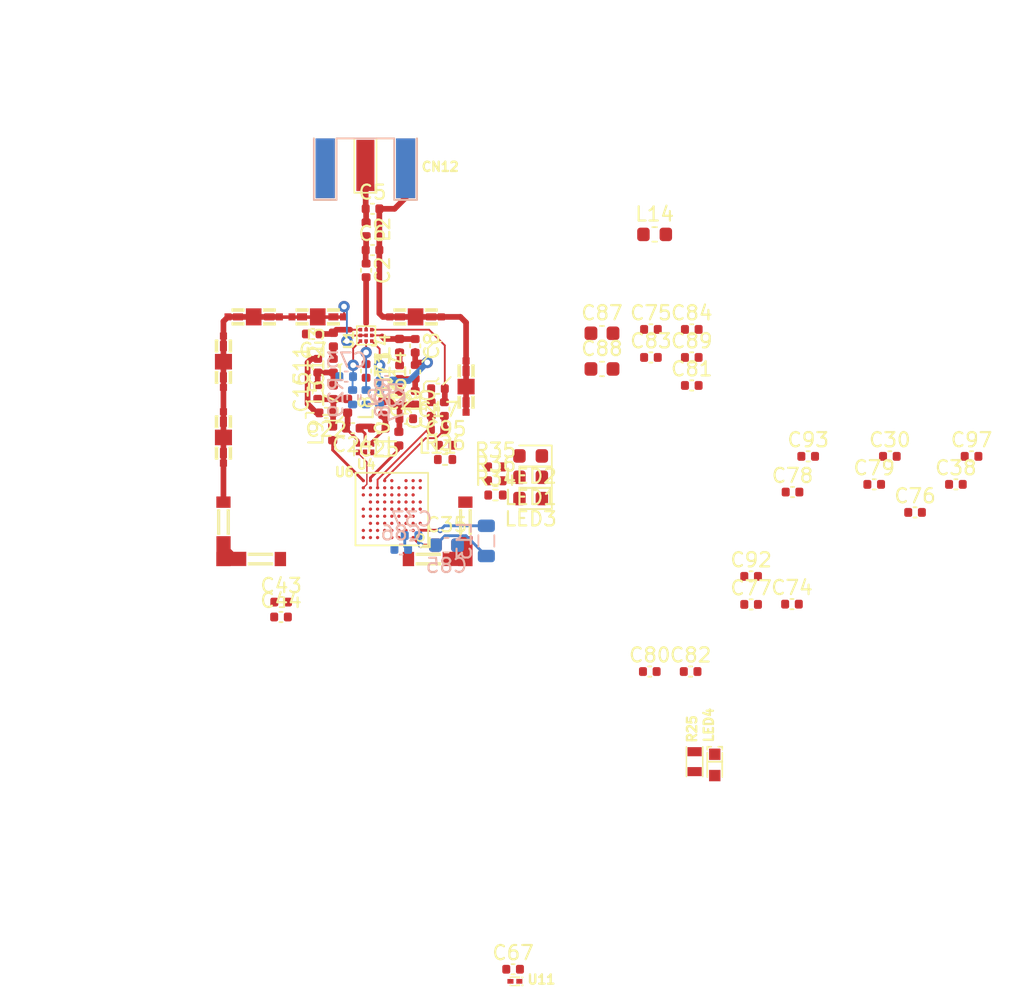
<source format=kicad_pcb>
(kicad_pcb (version 20211014) (generator pcbnew)
  (layers (0 "F.Cu" signal "Top Layer") (1 "In1.Cu" signal "Signal Layer 1") (2 "In2.Cu" signal "Signal Layer 2") (31 "B.Cu" signal "Bottom Layer") (34 "B.Paste" user "Bottom Paste") (35 "F.Paste" user "Top Paste") (36 "B.SilkS" user "Bottom Overlay") (37 "F.SilkS" user "Top Overlay") (38 "B.Mask" user "Bottom Solder") (39 "F.Mask" user "Top Solder") (44 "Edge.Cuts" user))
  (net 0 "")
  (net 1 "T_NRST")
  (net 2 "PC13")
  (net 3 "PC6")
  (net 4 "PC2")
  (net 5 "PC1")
  (net 6 "PC0")
  (net 7 "PB14")
  (net 8 "PB13")
  (net 9 "PB12")
  (net 10 "PB10")
  (net 11 "PB8")
  (net 12 "PB7")
  (net 13 "PB6")
  (net 14 "PB5")
  (net 15 "PB4")
  (net 16 "PB3")
  (net 17 "PB2")
  (net 18 "PB1")
  (net 19 "PA12")
  (net 20 "PA11")
  (net 21 "PA10")
  (net 22 "PA9")
  (net 23 "PA8")
  (net 24 "PA7")
  (net 25 "PA6")
  (net 26 "PA5")
  (net 27 "PA4")
  (net 28 "PA3")
  (net 29 "PA2")
  (net 30 "PA1")
  (net 31 "PA0")
  (net 32 "NetLED4_2")
  (net 33 "Net-(CN12-Pad1)")
  (net 34 "5V_USB_CHGR")
  (net 35 "VDD_SYS")
  (net 36 "NetLED4_1")
  (net 37 "GND")
  (net 38 "PB0_VDD_TCXO")
  (net 39 "PH3")
  (net 40 "VDDRF1V55")
  (net 41 "VDDRF")
  (net 42 "VDD_APP")
  (net 43 "Net-(C13-Pad2)")
  (net 44 "Net-(U1-Pad3)")
  (net 45 "/U_STM32_microcontroller_RF/RFI_N")
  (net 46 "/U_STM32_microcontroller_RF/RFI_P")
  (net 47 "Net-(X2-Pad1)")
  (net 48 "Net-(X2-Pad2)")
  (net 49 "Net-(C71-Pad1)")
  (net 50 "Net-(C72-Pad1)")
  (net 51 "Net-(U1-Pad7)")
  (net 52 "FE_CTRL3")
  (net 53 "LED3")
  (net 54 "Net-(LED3-Pad2)")
  (net 55 "LED2")
  (net 56 "Net-(LED2-Pad2)")
  (net 57 "LED1")
  (net 58 "Net-(LED1-Pad2)")
  (net 59 "Net-(C6-Pad1)")
  (net 60 "Net-(U1-Pad4)")
  (net 61 "Net-(U1-Pad5)")
  (net 62 "Net-(C12-Pad1)")
  (net 63 "Net-(L3-Pad1)")
  (net 64 "Net-(L7-Pad2)")
  (net 65 "Net-(L7-Pad1)")
  (net 66 "Net-(U4-Pad1)")
  (net 67 "Net-(L10-Pad2)")
  (net 68 "Net-(U6-PadJ9)")
  (net 69 "Net-(U6-PadJ8)")
  (net 70 "FE_CTRL1")
  (net 71 "FE_CTRL2")
  (net 72 "Net-(U1-Pad2)")
  (net 73 "Net-(C13-Pad1)")
  (net 74 "Net-(U6-PadH9)")
  (net 75 "T_SWCLK")
  (net 76 "T_JTDI")
  (net 77 "T_SWDIO")
  (net 78 "/U_STM32_microcontroller_IOs/T_NRST")
  (net 80 "Net-(U6-PadB1)")
  (net 81 "Net-(C30-Pad1)")
  (net 82 "Net-(U6-PadF8)")
  (net 83 "Net-(U6-PadB5)")
  (net 84 "Net-(SB24-Pad2)")
  (footprint "MCD_PARTS.PcbLib:LED_0603_VISHAY_VLMS1300-GS08_RED_1A2K_H0P8" (layer "F.Cu") (at 163.710102 116.802101 90)
    (fp_text reference "LED4")
    (fp_text value "" hide)
  )
  (footprint "MCD_PARTS.PcbLib:R0603" (layer "F.Cu") (at 162.294103 116.573103 90)
    (fp_text reference "R25")
    (fp_text value "" hide)
  )
  (footprint "Capacitor_SMD:C_0402_1005Metric" (layer "F.Cu") (at 176.015102 95.107101)
    (fp_text reference "C30")
    (fp_text value "~")
  )
  (footprint "Capacitor_SMD:C_0402_1005Metric" (layer "F.Cu") (at 162.095102 88.152101)
    (fp_text reference "C89")
    (fp_text value "~")
  )
  (footprint "Resistor_SMD:R_0402_1005Metric" (layer "F.Cu") (at 148.300102 97.827101)
    (fp_text reference "R34")
    (fp_text value "~")
  )
  (footprint "Capacitor_SMD:C_0402_1005Metric" (layer "F.Cu") (at 170.275102 95.107101)
    (fp_text reference "C93")
    (fp_text value "Capacitor")
  )
  (footprint "Capacitor_SMD:C_0402_1005Metric" (layer "F.Cu") (at 159.225102 86.182101)
    (fp_text reference "C75")
    (fp_text value "~")
  )
  (footprint "Capacitor_SMD:C_0402_1005Metric" (layer "F.Cu") (at 142.660102 90.987101 90)
    (fp_text reference "C16")
    (fp_text value "~")
  )
  (footprint "Inductor_SMD:L_0402_1005Metric" (layer "F.Cu") (at 141.560102 87.337101 90)
    (fp_text reference "L4")
    (fp_text value "~")
  )
  (footprint "Capacitor_SMD:C_0402_1005Metric" (layer "F.Cu") (at 166.265102 105.517101)
    (fp_text reference "C77")
    (fp_text value "~")
  )
  (footprint "Inductor_SMD:L_0402_1005Metric" (layer "F.Cu") (at 140.385102 91.702101 90)
    (fp_text reference "L8")
    (fp_text value "~")
  )
  (footprint "Inductor_SMD:L_0402_1005Metric" (layer "F.Cu") (at 136.910102 90.602101 90)
    (fp_text reference "L5")
    (fp_text value "Inductor")
  )
  (footprint "Diode_SMD:D_0603_1608Metric" (layer "F.Cu") (at 150.772602 96.577101 180)
    (fp_text reference "LED1")
    (fp_text value "~")
  )
  (footprint "Capacitor_SMD:C_0402_1005Metric" (layer "F.Cu") (at 138.275102 93.127101 180)
    (fp_text reference "C24")
    (fp_text value "~")
  )
  (footprint "Capacitor_SMD:C_0402_1005Metric" (layer "F.Cu") (at 133.230102 106.402101)
    (fp_text reference "C44")
    (fp_text value "~")
  )
  (footprint "Resistor_SMD:R_0402_1005Metric" (layer "F.Cu") (at 144.760102 95.327101)
    (fp_text reference "R26")
    (fp_text value "~")
  )
  (footprint "Capacitor_SMD:C_0603_1608Metric" (layer "F.Cu") (at 144.860102 101.352101)
    (fp_text reference "C35")
    (fp_text value "~")
  )
  (footprint "parts:ICC_TSNP-9-3_1P1X1P1_P040" (layer "F.Cu") (at 139.210102 86.602101 180)
    (fp_text reference "U1")
    (fp_text value "~" hide)
  )
  (footprint "Inductor_SMD:L_0402_1005Metric" (layer "F.Cu") (at 137.910102 91.552101 90)
    (fp_text reference "L7")
    (fp_text value "Inductor")
  )
  (footprint "Inductor_SMD:L_0402_1005Metric" (layer "F.Cu") (at 136.860102 93.487101 90)
    (fp_text reference "L9")
    (fp_text value "~")
  )
  (footprint "Capacitor_SMD:C_0402_1005Metric" (layer "F.Cu") (at 149.540099 131.167101)
    (fp_text reference "C67")
    (fp_text value "")
  )
  (footprint "Capacitor_SMD:C_0402_1005Metric" (layer "F.Cu") (at 162.095102 90.122101)
    (fp_text reference "C81")
    (fp_text value "~")
  )
  (footprint "Capacitor_SMD:C_0402_1005Metric" (layer "F.Cu") (at 139.660102 77.702101)
    (fp_text reference "C5")
    (fp_text value "~")
  )
  (footprint "Capacitor_SMD:C_0402_1005Metric" (layer "F.Cu") (at 159.225102 88.152101)
    (fp_text reference "C83")
    (fp_text value "~")
  )
  (footprint "Capacitor_SMD:C_0402_1005Metric" (layer "F.Cu") (at 177.785102 99.047101)
    (fp_text reference "C76")
    (fp_text value "~")
  )
  (footprint "Capacitor_SMD:C_0402_1005Metric" (layer "F.Cu") (at 159.145102 110.237101)
    (fp_text reference "C80")
    (fp_text value "~")
  )
  (footprint "parts:CLIP_HARWIN_S0951-46R" (layer "F.Cu") (at 131.310102 85.302101)
    (fp_text reference "SC4" hide)
    (fp_text value "~" hide)
  )
  (footprint "Capacitor_SMD:C_0402_1005Metric" (layer "F.Cu") (at 162.015102 110.237101)
    (fp_text reference "C82")
    (fp_text value "~")
  )
  (footprint "Inductor_SMD:L_0402_1005Metric" (layer "F.Cu") (at 139.210102 79.152101 -90)
    (fp_text reference "L2")
    (fp_text value "~")
  )
  (footprint "Capacitor_SMD:C_0402_1005Metric" (layer "F.Cu") (at 180.655102 97.077101)
    (fp_text reference "C38")
    (fp_text value "~")
  )
  (footprint "parts:CLIP_HARWIN_S0951-46R" (layer "F.Cu") (at 146.235102 90.202101 90)
    (fp_text reference "SC1" hide)
    (fp_text value "~" hide)
  )
  (footprint "Capacitor_SMD:C_0603_1608Metric" (layer "F.Cu") (at 155.785102 86.452101)
    (fp_text reference "C87")
    (fp_text value "~")
  )
  (footprint "Capacitor_SMD:C_0402_1005Metric" (layer "F.Cu") (at 135.460102 86.502101 180)
    (fp_text reference "C7")
    (fp_text value "Capacitor")
  )
  (footprint "Capacitor_SMD:C_0402_1005Metric" (layer "F.Cu") (at 181.755102 95.107101)
    (fp_text reference "C97")
    (fp_text value "Capacitor")
  )
  (footprint "Capacitor_SMD:C_0603_1608Metric" (layer "F.Cu") (at 155.785102 88.962101)
    (fp_text reference "C88")
    (fp_text value "~")
  )
  (footprint "Capacitor_SMD:C_0402_1005Metric" (layer "F.Cu") (at 136.410102 92.052101 180)
    (fp_text reference "C22")
    (fp_text value "Capacitor")
  )
  (footprint "Inductor_SMD:L_0402_1005Metric" (layer "F.Cu") (at 144.235102 93.227101 180)
    (fp_text reference "L11")
    (fp_text value "Inductor")
  )
  (footprint "Capacitor_SMD:C_0402_1005Metric" (layer "F.Cu") (at 169.175102 97.617101)
    (fp_text reference "C78")
    (fp_text value "~")
  )
  (footprint "Inductor_SMD:L_0603_1608Metric" (layer "F.Cu") (at 159.485102 79.502101)
    (fp_text reference "L14")
    (fp_text value "~")
  )
  (footprint "Capacitor_SMD:C_0402_1005Metric" (layer "F.Cu") (at 142.030102 92.462101)
    (fp_text reference "C21")
    (fp_text value "~")
  )
  (footprint "Capacitor_SMD:C_0402_1005Metric" (layer "F.Cu") (at 141.560102 89.187101 90)
    (fp_text reference "C13")
    (fp_text value "~")
  )
  (footprint "Capacitor_SMD:C_0402_1005Metric" (layer "F.Cu") (at 139.210102 82.032101 -90)
    (fp_text reference "C2")
    (fp_text value "~")
  )
  (footprint "Inductor_SMD:L_0402_1005Metric" (layer "F.Cu") (at 141.560102 91.037101 90)
    (fp_text reference "L6")
    (fp_text value "Inductor")
  )
  (footprint "Diode_SMD:D_0603_1608Metric" (layer "F.Cu") (at 150.772602 98.077101 180)
    (fp_text reference "LED3")
    (fp_text value "~")
  )
  (footprint "parts:CLIP_HARWIN_S0951-46R" (layer "F.Cu") (at 129.185102 88.452101 90)
    (fp_text reference "SC5" hide)
    (fp_text value "~" hide)
  )
  (footprint "parts:CLIP_HARWIN_S0951-46R_90" (layer "F.Cu") (at 129.185102 102.327101 -90)
    (fp_text reference "SC8" hide)
    (fp_text value "Shield-clip_S0981-46R" hide)
  )
  (footprint "Capacitor_SMD:C_0402_1005Metric" (layer "F.Cu") (at 174.915102 97.077101)
    (fp_text reference "C79")
    (fp_text value "~")
  )
  (footprint "Capacitor_SMD:C_0402_1005Metric" (layer "F.Cu") (at 169.135102 105.497101)
    (fp_text reference "C74")
    (fp_text value "~")
  )
  (footprint "Capacitor_SMD:C_0402_1005Metric" (layer "F.Cu") (at 144.260102 90.352101 180)
    (fp_text reference "C17")
    (fp_text value "Capacitor")
  )
  (footprint "Capacitor_SMD:C_0402_1005Metric" (layer "F.Cu") (at 143.785102 91.777101 90)
    (fp_text reference "C19")
    (fp_text value "~")
  )
  (footprint "Capacitor_SMD:C_0402_1005Metric" (layer "F.Cu") (at 144.805102 94.327101)
    (fp_text reference "C95")
    (fp_text value "Capacitor")
  )
  (footprint "parts:CLIP_HARWIN_S0951-46R_90" (layer "F.Cu") (at 146.185101 102.327101)
    (fp_text reference "SC9" hide)
    (fp_text value "Shield-clip_S0981-46R" hide)
  )
  (footprint "MCD_PARTS.PcbLib:ESD_ST0201" (layer "F.Cu") (at 149.665098 132.017099 180)
    (fp_text reference "U11")
    (fp_text value "" hide)
  )
  (footprint "Inductor_SMD:L_0402_1005Metric" (layer "F.Cu") (at 141.510102 93.862101 90)
    (fp_text reference "L10")
    (fp_text value "~")
  )
  (footprint "parts:CON_SAMTEC_SMA-J-P-X-ST-EM1" (layer "F.Cu") (at 139.160102 72.752101 180)
    (fp_text reference "CN12")
    (fp_text value "~" hide)
  )
  (footprint "Capacitor_SMD:C_0402_1005Metric" (layer "F.Cu") (at 139.210102 89.102101 -90)
    (fp_text reference "C71")
    (fp_text value "~")
  )
  (footprint "Resistor_SMD:R_0402_1005Metric" (layer "F.Cu") (at 148.300102 95.852101)
    (fp_text reference "R35")
    (fp_text value "~")
  )
  (footprint "Capacitor_SMD:C_0402_1005Metric" (layer "F.Cu") (at 136.910102 88.732101 90)
    (fp_text reference "C12")
    (fp_text value "Capacitor")
  )
  (footprint "Capacitor_SMD:C_0402_1005Metric" (layer "F.Cu") (at 135.810102 88.732101 90)
    (fp_text reference "C11")
    (fp_text value "Capacitor")
  )
  (footprint "parts:CLIP_HARWIN_S0951-46R" (layer "F.Cu") (at 129.185102 93.777101 90)
    (fp_text reference "SC3" hide)
    (fp_text value "~" hide)
  )
  (footprint "Capacitor_SMD:C_0402_1005Metric" (layer "F.Cu") (at 135.810102 90.582101 90)
    (fp_text reference "C15")
    (fp_text value "Capacitor")
  )
  (footprint "Resistor_SMD:R_0402_1005Metric" (layer "F.Cu") (at 148.300102 96.827101)
    (fp_text reference "R36")
    (fp_text value "~")
  )
  (footprint "Capacitor_SMD:C_0402_1005Metric" (layer "F.Cu") (at 142.660102 87.337101 -90)
    (fp_text reference "C8")
    (fp_text value "~")
  )
  (footprint "Diode_SMD:D_0603_1608Metric" (layer "F.Cu") (at 150.772602 95.077101 180)
    (fp_text reference "LED2")
    (fp_text value "~")
  )
  (footprint "parts:CLIP_HARWIN_S0951-46R" (layer "F.Cu") (at 135.810102 85.302101)
    (fp_text reference "SC6" hide)
    (fp_text value "~" hide)
  )
  (footprint "Capacitor_SMD:C_0402_1005Metric" (layer "F.Cu") (at 166.265102 103.547101)
    (fp_text reference "C92")
    (fp_text value "Capacitor")
  )
  (footprint "Capacitor_SMD:C_0402_1005Metric" (layer "F.Cu") (at 144.710102 91.782101 90)
    (fp_text reference "C20")
    (fp_text value "~")
  )
  (footprint "Capacitor_SMD:C_0402_1005Metric" (layer "F.Cu") (at 162.095102 86.182101)
    (fp_text reference "C84")
    (fp_text value "~")
  )
  (footprint "Capacitor_SMD:C_0402_1005Metric" (layer "F.Cu") (at 139.660102 80.602101)
    (fp_text reference "C6")
    (fp_text value "~")
  )
  (footprint "Capacitor_SMD:C_0402_1005Metric" (layer "F.Cu") (at 133.240102 105.352101)
    (fp_text reference "C43")
    (fp_text value "~")
  )
  (footprint "Capacitor_SMD:C_0402_1005Metric" (layer "F.Cu") (at 140.095102 93.127101 180)
    (fp_text reference "C25")
    (fp_text value "~")
  )
  (footprint "Capacitor_SMD:C_0402_1005Metric" (layer "F.Cu") (at 142.660102 89.162101 90)
    (fp_text reference "C14")
    (fp_text value "~")
  )
  (footprint "parts:ICC_SOT886_XSON6" (layer "F.Cu") (at 139.135102 94.527101 180)
    (fp_text reference "U4")
    (fp_text value "~" hide)
  )
  (footprint "parts:ICC_UFBGA73_5X5_P050" (layer "F.Cu") (at 141.015095 98.817101 180)
    (fp_text reference "U6")
    (fp_text value "~" hide)
  )
  (footprint "parts:CLIP_HARWIN_S0951-46R" (layer "F.Cu") (at 142.685102 85.302083)
    (fp_text reference "SC7" hide)
    (fp_text value "~" hide)
  )
  (footprint "Inductor_SMD:L_0402_1005Metric" (layer "F.Cu") (at 136.910102 86.902101 90)
    (fp_text reference "L3")
    (fp_text value "Inductor")
  )
  (footprint "Capacitor_SMD:C_0603_1608Metric" (layer "B.Cu") (at 144.860102 101.352101)
    (fp_text reference "C85")
    (fp_text value "~")
  )
  (footprint "Resistor_SMD:R_0402_1005Metric" (layer "B.Cu") (at 138.260102 90.952101 -90)
    (fp_text reference "R29")
    (fp_text value "~")
  )
  (footprint "Capacitor_SMD:C_0402_1005Metric" (layer "B.Cu") (at 141.680102 101.652101 180)
    (fp_text reference "C86")
    (fp_text value "~")
  )
  (footprint "Resistor_SMD:R_0402_1005Metric" (layer "B.Cu") (at 139.210102 90.952101 90)
    (fp_text reference "R28")
    (fp_text value "~")
  )
  (footprint "Capacitor_SMD:C_0402_1005Metric" (layer "B.Cu") (at 137.810102 89.502101 180)
    (fp_text reference "C73")
    (fp_text value "~")
  )
  (footprint "Resistor_SMD:R_0402_1005Metric" (layer "B.Cu") (at 140.160102 90.942101 90)
    (fp_text reference "R27")
    (fp_text value "~")
  )
  (footprint "Capacitor_SMD:C_0402_1005Metric" (layer "B.Cu") (at 142.405102 100.677101 180)
    (fp_text reference "C37")
    (fp_text value "~")
  )
  (footprint "Inductor_SMD:L_0805_2012Metric" (layer "B.Cu") (at 147.660102 101.052101 -90)
    (fp_text reference "L13")
    (fp_text value "~")
  )
  (footprint "Capacitor_SMD:C_0402_1005Metric" (layer "B.Cu") (at 140.640102 89.812101)
    (fp_text reference "C72")
    (fp_text value "~")
  )
  (gr_poly (pts (xy 144.590099 102.817099) (xy 146.690097 102.817099) (xy 146.690097 100.717101) (xy 145.690097 100.717101) (xy 145.690097 101.617104) (xy 145.490102 101.817099) (xy 144.590099 101.817099)) (layer "F.Cu") (width 0) (fill solid))
  (gr_poly (pts (xy 128.6901 100.717101) (xy 128.6901 102.817099) (xy 130.790099 102.817099) (xy 130.790099 101.817099) (xy 129.890095 101.817099) (xy 129.690102 101.617104) (xy 129.690102 100.717101)) (layer "F.Cu") (width 0) (fill solid))
  (gr_line (start 143.265098 90.017099) (end 143.452598 89.829599) (layer "F.SilkS") (width 0.12))
  (gr_line (start 144.627599 90.067099) (end 144.627599 90.0546) (layer "F.SilkS") (width 0.12))
  (gr_line (start 143.140099 90.567101) (end 143.265098 90.442101) (layer "F.SilkS") (width 0.12))
  (gr_line (start 144.290099 89.667101) (end 144.290099 89.604601) (layer "F.SilkS") (width 0.12))
  (gr_line (start 143.265098 90.042101) (end 143.265098 90.017099) (layer "F.SilkS") (width 0.12))
  (gr_line (start 140.927599 89.667101) (end 140.977599 89.717101) (layer "F.SilkS") (width 0.12))
  (gr_line (start 144.1276 89.829599) (end 144.290099 89.667101) (layer "F.SilkS") (width 0.12))
  (gr_line (start 143.152599 88.467101) (end 143.552598 88.067101) (layer "F.SilkS") (width 0.12))
  (gr_line (start 140.927599 88.154599) (end 140.927599 88.004599) (layer "F.SilkS") (width 0.12))
  (gr_line (start 134.965099 92.117101) (end 135.0401 92.042099) (layer "F.SilkS") (width 0.12))
  (gr_line (start 137.390098 89.6296) (end 137.390098 88.7046) (layer "F.SilkS") (width 0.12))
  (gr_line (start 144.627599 90.0546) (end 145.1526 89.5296) (layer "F.SilkS") (width 0.12))
  (gr_line (start 140.015099 89.392101) (end 140.015099 88.979601) (layer "F.SilkS") (width 0.12))
  (gr_line (start 144.015099 87.042099) (end 144.490099 87.042099) (layer "F.SilkS") (width 0.1))
  (gr_line (start 140.927599 88.154599) (end 141.115099 88.342099) (layer "F.SilkS") (width 0.12))
  (gr_line (start 143.552598 87.504603) (end 144.015099 87.042101) (layer "F.SilkS") (width 0.12))
  (gr_line (start 143.552598 88.067101) (end 143.552598 87.504603) (layer "F.SilkS") (width 0.12))
  (gr_line (start 136.377598 92.592101) (end 137.302598 92.592101) (layer "F.SilkS") (width 0.12))
  (gr_line (start 134.965099 92.417101) (end 134.965099 92.117101) (layer "F.SilkS") (width 0.12))
  (gr_line (start 137.302598 92.592101) (end 137.590098 92.304601) (layer "F.SilkS") (width 0.12))
  (gr_line (start 140.290097 89.667101) (end 140.927599 89.667101) (layer "F.SilkS") (width 0.12))
  (gr_line (start 143.452598 89.829599) (end 144.1276 89.829599) (layer "F.SilkS") (width 0.12))
  (gr_line (start 135.0401 92.042099) (end 135.540099 92.042099) (layer "F.SilkS") (width 0.12))
  (gr_line (start 136.290098 92.679601) (end 136.377598 92.592101) (layer "F.SilkS") (width 0.12))
  (gr_line (start 140.015099 89.392101) (end 140.290097 89.667101) (layer "F.SilkS") (width 0.12))
  (gr_line (start 143.265098 90.442101) (end 143.265098 90.042101) (layer "F.SilkS") (width 0.12))
  (gr_line (start 137.390098 88.7046) (end 137.490098 88.6046) (layer "F.SilkS") (width 0.12))
  (segment (start 139.180102 77.702101) (end 139.180102 74.672101) (width 0.4) (layer "F.Cu") (net 33))
  (segment (start 139.180102 74.672101) (end 139.160102 74.652101) (width 0.4) (layer "F.Cu") (net 33))
  (segment (start 139.210102 77.732101) (end 139.180102 77.702101) (width 0.4) (layer "F.Cu") (net 33))
  (segment (start 139.210102 78.667101) (end 139.210102 77.732101) (width 0.4) (layer "F.Cu") (net 33))
  (segment (start 141.925102 100.677101) (end 141.925102 101.447103) (width 0.2) (layer "B.Cu") (net 35))
  (segment (start 141.925102 101.447103) (end 142.145098 101.667099) (width 0.2) (layer "B.Cu") (net 35))
  (segment (start 146.23512 92.012135) (end 146.23512 91.302136) (width 0.4) (layer "F.Cu") (net 37))
  (segment (start 144.495066 85.302101) (end 145.835102 85.302101) (width 0.4) (layer "F.Cu") (net 37))
  (segment (start 137.985602 87.001601) (end 137.860102 87.001601) (width 0.13) (layer "F.Cu") (net 37))
  (segment (start 129.18512 98.327084) (end 129.185102 98.327102) (width 0.4) (layer "F.Cu") (net 37))
  (segment (start 141.210102 77.702101) (end 141.985103 76.9271) (width 0.4) (layer "F.Cu") (net 37))
  (segment (start 143.510102 88.512101) (end 142.730102 88.512101) (width 0.4) (layer "F.Cu") (net 37))
  (segment (start 138.585102 86.61259) (end 138.374613 86.61259) (width 0.13) (layer "F.Cu") (net 37))
  (segment (start 140.140102 80.602101) (end 140.140102 85.057101) (width 0.4) (layer "F.Cu") (net 37))
  (segment (start 138.374613 86.61259) (end 138.160102 86.827101) (width 0.13) (layer "F.Cu") (net 37))
  (segment (start 129.18512 88.452136) (end 129.18512 87.352136) (width 0.4) (layer "F.Cu") (net 37))
  (segment (start 129.18512 87.352136) (end 129.18512 86.642137) (width 0.4) (layer "F.Cu") (net 37))
  (segment (start 129.18512 94.877136) (end 129.18512 95.587135) (width 0.4) (layer "F.Cu") (net 37))
  (segment (start 135.930102 92.052101) (end 135.727106 92.052101) (width 0.4) (layer "F.Cu") (net 37))
  (segment (start 138.810103 86.602101) (end 138.799614 86.61259) (width 0.13) (layer "F.Cu") (net 37))
  (segment (start 135.360102 88.252101) (end 135.810102 88.252101) (width 0.4) (layer "F.Cu") (net 37))
  (segment (start 137.660102 85.282118) (end 137.625134 85.317086) (width 0.13) (layer "F.Cu") (net 37))
  (segment (start 129.18512 89.552136) (end 129.18512 88.452136) (width 0.4) (layer "F.Cu") (net 37))
  (segment (start 138.160102 86.827101) (end 137.985602 87.001601) (width 0.13) (layer "F.Cu") (net 37))
  (segment (start 137.660102 84.577101) (end 137.660102 85.282118) (width 0.13) (layer "F.Cu") (net 37))
  (segment (start 129.500068 85.302119) (end 130.210067 85.302119) (width 0.4) (layer "F.Cu") (net 37))
  (segment (start 143.780102 90.352101) (end 143.780102 91.292101) (width 0.4) (layer "F.Cu") (net 37))
  (segment (start 137.625134 85.317086) (end 136.915136 85.317086) (width 0.25) (layer "F.Cu") (net 37))
  (segment (start 129.18512 92.677136) (end 129.18512 91.967137) (width 0.4) (layer "F.Cu") (net 37))
  (segment (start 141.985103 76.9271) (end 141.985103 74.852104) (width 0.4) (layer "F.Cu") (net 37))
  (segment (start 138.740102 93.002101) (end 139.600102 93.002101) (width 0.4) (layer "F.Cu") (net 37))
  (segment (start 129.18512 92.677136) (end 129.18512 93.777136) (width 0.4) (layer "F.Cu") (net 37))
  (segment (start 134.715135 85.317086) (end 134.005137 85.317086) (width 0.25) (layer "F.Cu") (net 37))
  (segment (start 140.140102 77.702101) (end 141.210102 77.702101) (width 0.4) (layer "F.Cu") (net 37))
  (segment (start 146.23512 90.202136) (end 146.23512 91.302136) (width 0.4) (layer "F.Cu") (net 37))
  (segment (start 132.410067 85.302119) (end 133.120066 85.302119) (width 0.4) (layer "F.Cu") (net 37))
  (segment (start 146.23512 85.702119) (end 146.23512 88.392137) (width 0.4) (layer "F.Cu") (net 37))
  (segment (start 129.18512 95.587135) (end 129.18512 98.327084) (width 0.4) (layer "F.Cu") (net 37))
  (segment (start 135.815135 85.317086) (end 134.715135 85.317086) (width 0.25) (layer "F.Cu") (net 37))
  (segment (start 145.835102 85.302101) (end 146.23512 85.702119) (width 0.4) (layer "F.Cu") (net 37))
  (segment (start 129.18512 91.967137) (end 129.18512 90.262135) (width 0.4) (layer "F.Cu") (net 37))
  (segment (start 135.727106 92.052101) (end 135.100582 91.425577) (width 0.4) (layer "F.Cu") (net 37))
  (segment (start 131.310067 85.302119) (end 132.410067 85.302119) (width 0.4) (layer "F.Cu") (net 37))
  (segment (start 140.140102 85.057101) (end 140.385102 85.302101) (width 0.4) (layer "F.Cu") (net 37))
  (segment (start 146.23512 89.102136) (end 146.23512 90.202136) (width 0.4) (layer "F.Cu") (net 37))
  (segment (start 142.660102 88.582101) (end 142.660102 87.692101) (width 0.4) (layer "F.Cu") (net 37))
  (segment (start 142.730102 88.512101) (end 142.660102 88.582101) (width 0.4) (layer "F.Cu") (net 37))
  (segment (start 142.685067 85.302101) (end 143.785067 85.302101) (width 0.4) (layer "F.Cu") (net 37))
  (segment (start 129.18512 85.617067) (end 129.500068 85.302119) (width 0.4) (layer "F.Cu") (net 37))
  (segment (start 135.100582 91.425577) (end 135.100582 88.511621) (width 0.4) (layer "F.Cu") (net 37))
  (segment (start 139.135102 94.227105) (end 139.135102 93.507101) (width 0.2) (layer "F.Cu") (net 37))
  (segment (start 143.780102 91.292101) (end 143.785102 91.297101) (width 0.4) (layer "F.Cu") (net 37))
  (segment (start 140.140102 80.602101) (end 140.140102 77.702101) (width 0.4) (layer "F.Cu") (net 37))
  (segment (start 139.210102 86.602101) (end 138.810103 86.602101) (width 0.13) (layer "F.Cu") (net 37))
  (segment (start 136.915136 85.317086) (end 135.815135 85.317086) (width 0.25) (layer "F.Cu") (net 37))
  (segment (start 138.799614 86.61259) (end 138.585102 86.61259) (width 0.13) (layer "F.Cu") (net 37))
  (segment (start 141.585067 85.302101) (end 142.685067 85.302101) (width 0.4) (layer "F.Cu") (net 37))
  (segment (start 140.385102 85.302101) (end 140.875068 85.302101) (width 0.4) (layer "F.Cu") (net 37))
  (segment (start 140.875068 85.302101) (end 141.585067 85.302101) (width 0.4) (layer "F.Cu") (net 37))
  (segment (start 129.18512 93.777136) (end 129.18512 94.877136) (width 0.4) (layer "F.Cu") (net 37))
  (segment (start 133.100094 85.317086) (end 133.100061 85.317119) (width 0.25) (layer "F.Cu") (net 37))
  (segment (start 135.100582 88.511621) (end 135.360102 88.252101) (width 0.4) (layer "F.Cu") (net 37))
  (segment (start 143.785067 85.302101) (end 144.495066 85.302101) (width 0.4) (layer "F.Cu") (net 37))
  (segment (start 130.210067 85.302119) (end 131.310067 85.302119) (width 0.4) (layer "F.Cu") (net 37))
  (segment (start 134.005137 85.317086) (end 133.100094 85.317086) (width 0.25) (layer "F.Cu") (net 37))
  (segment (start 146.23512 88.392137) (end 146.23512 89.102136) (width 0.4) (layer "F.Cu") (net 37))
  (segment (start 129.18512 90.262135) (end 129.18512 89.552136) (width 0.4) (layer "F.Cu") (net 37))
  (segment (start 129.18512 86.642137) (end 129.18512 85.617067) (width 0.4) (layer "F.Cu") (net 37))
  (segment (start 139.135102 93.507101) (end 138.755102 93.127101) (width 0.2) (layer "F.Cu") (net 37))
  (via (at 143.510102 88.502101) (size 0.8) (drill 0.4) (layers "F.Cu" "B.Cu") (net 37))
  (via (at 137.860102 87.001601) (size 0.8) (drill 0.4) (layers "F.Cu" "B.Cu") (net 37))
  (via (at 137.660102 84.577101) (size 0.8) (drill 0.4) (layers "F.Cu" "B.Cu") (net 37))
  (segment (start 137.860102 87.001601) (end 137.860102 84.777101) (width 0.13) (layer "B.Cu") (net 37))
  (segment (start 141.120102 89.812101) (end 142.210102 89.812101) (width 0.4) (layer "B.Cu") (net 37))
  (segment (start 137.860102 84.777101) (end 137.660102 84.577101) (width 0.13) (layer "B.Cu") (net 37))
  (segment (start 142.210102 89.812101) (end 143.510102 88.512101) (width 0.4) (layer "B.Cu") (net 37))
  (segment (start 146.233082 100.687581) (end 144.749622 100.687581) (width 0.2) (layer "B.Cu") (net 40))
  (segment (start 144.749622 100.687581) (end 144.085102 101.352101) (width 0.2) (layer "B.Cu") (net 40))
  (segment (start 147.660102 102.114601) (end 146.233082 100.687581) (width 0.2) (layer "B.Cu") (net 40))
  (segment (start 142.515097 100.817101) (end 143.050097 101.352101) (width 0.2) (layer "F.Cu") (net 41))
  (segment (start 143.050097 101.352101) (end 144.085102 101.352101) (width 0.2) (layer "F.Cu") (net 41))
  (via (at 143.050097 101.352101) (size 0.4) (drill 0.2) (layers "F.Cu" "B.Cu") (net 41))
  (segment (start 142.885102 101.187106) (end 143.050097 101.352101) (width 0.2) (layer "B.Cu") (net 41))
  (segment (start 142.885102 100.677101) (end 142.885102 101.187106) (width 0.2) (layer "B.Cu") (net 41))
  (segment (start 141.560102 88.582101) (end 141.560102 87.697101) (width 0.4) (layer "F.Cu") (net 43))
  (segment (start 144.740102 91.272101) (end 144.710102 91.302101) (width 0.4) (layer "F.Cu") (net 44))
  (segment (start 144.740102 87.307101) (end 144.740102 90.352101) (width 0.13) (layer "F.Cu") (net 44))
  (segment (start 139.610101 86.202103) (end 143.635104 86.202103) (width 0.13) (layer "F.Cu") (net 44))
  (segment (start 143.635104 86.202103) (end 144.740102 87.307101) (width 0.13) (layer "F.Cu") (net 44))
  (segment (start 144.740102 90.352101) (end 144.740102 91.272101) (width 0.4) (layer "F.Cu") (net 44))
  (segment (start 143.532786 93.227101) (end 143.750102 93.227101) (width 0.13) (layer "F.Cu") (net 45))
  (segment (start 143.785102 93.192101) (end 143.750102 93.227101) (width 0.4) (layer "F.Cu") (net 45))
  (segment (start 140.015102 97.317108) (end 140.015102 96.744785) (width 0.13) (layer "F.Cu") (net 45))
  (segment (start 143.785102 92.257101) (end 143.785102 93.192101) (width 0.4) (layer "F.Cu") (net 45))
  (segment (start 140.015102 96.744785) (end 143.532786 93.227101) (width 0.13) (layer "F.Cu") (net 45))
  (segment (start 144.710102 92.262101) (end 144.710102 93.217101) (width 0.4) (layer "F.Cu") (net 46))
  (segment (start 144.710102 93.217101) (end 144.720102 93.227101) (width 0.4) (layer "F.Cu") (net 46))
  (segment (start 144.135102 93.827101) (end 144.720102 93.242101) (width 0.13) (layer "F.Cu") (net 46))
  (segment (start 143.398798 93.827101) (end 144.135102 93.827101) (width 0.13) (layer "F.Cu") (net 46))
  (segment (start 140.515102 96.817106) (end 140.515102 96.710797) (width 0.13) (layer "F.Cu") (net 46))
  (segment (start 140.515102 96.710797) (end 143.398798 93.827101) (width 0.13) (layer "F.Cu") (net 46))
  (segment (start 144.720102 93.242101) (end 144.720102 93.227101) (width 0.13) (layer "F.Cu") (net 46))
  (segment (start 139.210102 87.802101) (end 139.210102 88.622101) (width 0.13) (layer "F.Cu") (net 49))
  (segment (start 139.210102 87.002101) (end 139.210102 87.802101) (width 0.13) (layer "F.Cu") (net 49))
  (via (at 139.210102 87.802101) (size 0.8) (drill 0.4) (layers "F.Cu" "B.Cu") (net 49))
  (segment (start 139.210102 90.442101) (end 139.210102 87.802101) (width 0.13) (layer "B.Cu") (net 49))
  (segment (start 139.610101 87.002101) (end 140.160102 87.552102) (width 0.13) (layer "F.Cu") (net 50))
  (segment (start 140.160102 87.552102) (end 140.160102 88.702101) (width 0.13) (layer "F.Cu") (net 50))
  (via (at 140.160102 88.702101) (size 0.8) (drill 0.4) (layers "F.Cu" "B.Cu") (net 50))
  (segment (start 140.160102 90.432101) (end 140.160102 89.502101) (width 0.13) (layer "B.Cu") (net 50))
  (segment (start 140.160102 88.702101) (end 140.160102 89.502101) (width 0.13) (layer "B.Cu") (net 50))
  (segment (start 138.810103 87.002101) (end 138.300602 87.511602) (width 0.13) (layer "F.Cu") (net 51))
  (segment (start 138.300602 87.511602) (end 138.300602 88.702101) (width 0.13) (layer "F.Cu") (net 51))
  (via (at 138.300602 88.702101) (size 0.8) (drill 0.4) (layers "F.Cu" "B.Cu") (net 51))
  (segment (start 138.260102 89.532101) (end 138.290102 89.502101) (width 0.13) (layer "B.Cu") (net 51))
  (segment (start 138.300602 89.491601) (end 138.290102 89.502101) (width 0.13) (layer "B.Cu") (net 51))
  (segment (start 138.260102 90.442101) (end 138.260102 89.532101) (width 0.13) (layer "B.Cu") (net 51))
  (segment (start 138.300602 88.702101) (end 138.300602 89.491601) (width 0.13) (layer "B.Cu") (net 51))
  (segment (start 139.210102 79.637101) (end 139.210102 80.572101) (width 0.4) (layer "F.Cu") (net 59))
  (segment (start 139.210102 80.572101) (end 139.180102 80.602101) (width 0.4) (layer "F.Cu") (net 59))
  (segment (start 139.180102 80.602101) (end 139.180102 81.522101) (width 0.4) (layer "F.Cu") (net 59))
  (segment (start 139.180102 81.522101) (end 139.210102 81.552101) (width 0.4) (layer "F.Cu") (net 59))
  (segment (start 139.210102 86.202103) (end 139.210102 85.752101) (width 0.13) (layer "F.Cu") (net 60))
  (segment (start 139.210102 82.512101) (end 139.210102 85.752101) (width 0.4) (layer "F.Cu") (net 60))
  (segment (start 138.510098 86.202101) (end 138.5101 86.202103) (width 0.13) (layer "F.Cu") (net 61))
  (segment (start 135.940102 86.502101) (end 136.825102 86.502101) (width 0.4) (layer "F.Cu") (net 61))
  (segment (start 136.825102 86.502101) (end 136.910102 86.417101) (width 0.4) (layer "F.Cu") (net 61))
  (segment (start 138.360102 86.202101) (end 138.085102 86.202101) (width 0.13) (layer "F.Cu") (net 61))
  (segment (start 138.5101 86.202103) (end 138.810103 86.202103) (width 0.13) (layer "F.Cu") (net 61))
  (segment (start 138.085102 86.202101) (end 137.125102 86.202101) (width 0.4) (layer "F.Cu") (net 61))
  (segment (start 137.125102 86.202101) (end 136.910102 86.417101) (width 0.4) (layer "F.Cu") (net 61))
  (segment (start 138.360102 86.202101) (end 138.510098 86.202101) (width 0.13) (layer "F.Cu") (net 61))
  (segment (start 136.910102 89.212101) (end 136.910102 90.117101) (width 0.4) (layer "F.Cu") (net 62))
  (segment (start 135.810102 89.212101) (end 136.910102 89.212101) (width 0.4) (layer "F.Cu") (net 62))
  (segment (start 135.810102 89.212101) (end 135.810102 90.102101) (width 0.4) (layer "F.Cu") (net 62))
  (segment (start 136.910102 87.387101) (end 136.910102 88.252101) (width 0.4) (layer "F.Cu") (net 63))
  (segment (start 136.910102 91.087101) (end 136.910102 92.032101) (width 0.4) (layer "F.Cu") (net 64))
  (segment (start 136.910102 91.087101) (end 137.890102 91.087101) (width 0.4) (layer "F.Cu") (net 64))
  (segment (start 136.910102 92.032101) (end 136.890102 92.052101) (width 0.4) (layer "F.Cu") (net 64))
  (segment (start 136.890102 92.972101) (end 136.860102 93.002101) (width 0.4) (layer "F.Cu") (net 64))
  (segment (start 137.890102 91.087101) (end 137.910102 91.067101) (width 0.4) (layer "F.Cu") (net 64))
  (segment (start 136.890102 92.052101) (end 136.890102 92.972101) (width 0.4) (layer "F.Cu") (net 64))
  (segment (start 136.910102 91.087101) (end 135.835102 91.087101) (width 0.4) (layer "F.Cu") (net 64))
  (segment (start 135.835102 91.087101) (end 135.810102 91.062101) (width 0.4) (layer "F.Cu") (net 64))
  (segment (start 137.910102 92.872101) (end 137.780102 93.002101) (width 0.4) (layer "F.Cu") (net 65))
  (segment (start 137.910102 92.037101) (end 137.910102 92.872101) (width 0.4) (layer "F.Cu") (net 65))
  (segment (start 138.635101 93.9671) (end 137.795102 93.127101) (width 0.2) (layer "F.Cu") (net 65))
  (segment (start 138.635101 94.227105) (end 138.635101 93.9671) (width 0.2) (layer "F.Cu") (net 65))
  (segment (start 140.575102 92.517101) (end 140.575102 93.127101) (width 0.4) (layer "F.Cu") (net 66))
  (segment (start 140.385102 92.187101) (end 140.385102 92.327101) (width 0.4) (layer "F.Cu") (net 66))
  (segment (start 139.635101 94.227105) (end 139.635101 94.067102) (width 0.2) (layer "F.Cu") (net 66))
  (segment (start 139.635101 94.067102) (end 140.575102 93.127101) (width 0.2) (layer "F.Cu") (net 66))
  (segment (start 140.385102 92.327101) (end 140.575102 92.517101) (width 0.4) (layer "F.Cu") (net 66))
  (segment (start 141.545099 91.392101) (end 141.565099 91.412101) (width 0.25) (layer "F.Cu") (net 67))
  (segment (start 141.595099 91.382101) (end 141.565099 91.412101) (width 0.25) (layer "F.Cu") (net 67))
  (segment (start 140.900102 91.217101) (end 140.385102 91.217101) (width 0.4) (layer "F.Cu") (net 67))
  (segment (start 141.560102 91.522101) (end 141.560102 92.452101) (width 0.4) (layer "F.Cu") (net 67))
  (segment (start 141.550102 93.337101) (end 141.510102 93.377101) (width 0.4) (layer "F.Cu") (net 67))
  (segment (start 141.550102 92.462101) (end 141.550102 93.337101) (width 0.4) (layer "F.Cu") (net 67))
  (segment (start 141.560102 91.522101) (end 141.205102 91.522101) (width 0.4) (layer "F.Cu") (net 67))
  (segment (start 141.205102 91.522101) (end 140.900102 91.217101) (width 0.4) (layer "F.Cu") (net 67))
  (segment (start 141.615102 91.467101) (end 141.560102 91.522101) (width 0.4) (layer "F.Cu") (net 67))
  (segment (start 142.660102 91.467101) (end 141.615102 91.467101) (width 0.4) (layer "F.Cu") (net 67))
  (segment (start 141.560102 92.452101) (end 141.550102 92.462101) (width 0.4) (layer "F.Cu") (net 67))
  (segment (start 136.860102 94.662104) (end 136.860102 93.972101) (width 0.2) (layer "F.Cu") (net 68))
  (segment (start 139.015104 96.817106) (end 136.860102 94.662104) (width 0.2) (layer "F.Cu") (net 68))
  (segment (start 139.515102 96.622101) (end 141.485102 94.652101) (width 0.2) (layer "F.Cu") (net 69))
  (segment (start 141.485102 94.372101) (end 141.510102 94.347101) (width 0.2) (layer "F.Cu") (net 69))
  (segment (start 139.515102 96.817106) (end 139.515102 96.622101) (width 0.2) (layer "F.Cu") (net 69))
  (segment (start 141.485102 94.652101) (end 141.485102 94.372101) (width 0.2) (layer "F.Cu") (net 69))
  (segment (start 140.510102 86.852101) (end 140.335102 86.677101) (width 0.4) (layer "F.Cu") (net 72))
  (segment (start 139.610101 86.602101) (end 140.260102 86.602101) (width 0.13) (layer "F.Cu") (net 72))
  (segment (start 140.260102 86.602101) (end 140.335102 86.677101) (width 0.13) (layer "F.Cu") (net 72))
  (segment (start 141.560102 86.852101) (end 140.510102 86.852101) (width 0.4) (layer "F.Cu") (net 72))
  (segment (start 141.565102 86.857101) (end 141.560102 86.852101) (width 0.4) (layer "F.Cu") (net 72))
  (segment (start 142.660102 86.857101) (end 141.565102 86.857101) (width 0.4) (layer "F.Cu") (net 72))
  (segment (start 141.560102 90.552101) (end 141.560102 89.667101) (width 0.4) (layer "F.Cu") (net 73))
  (segment (start 141.560102 89.667101) (end 142.635102 89.667101) (width 0.4) (layer "F.Cu") (net 73))
  (segment (start 142.635102 89.667101) (end 142.660102 89.642101) (width 0.4) (layer "F.Cu") (net 73))
  (segment (start 142.660102 90.507101) (end 142.660102 89.642101) (width 0.4) (layer "F.Cu") (net 73))
  (segment (start 138.635101 94.827103) (end 138.635101 94.877103) (width 0.09) (layer "F.Cu") (net 74))
  (segment (start 138.635101 94.877103) (end 139.265591 95.507593) (width 0.09) (layer "F.Cu") (net 74))
  (segment (start 139.265591 95.507593) (end 139.265591 97.066621) (width 0.09) (layer "F.Cu") (net 74))
  (segment (start 139.265591 97.066621) (end 139.015104 97.317108) (width 0.09) (layer "F.Cu") (net 74))
  (segment (start 143.030096 100.302101) (end 143.015096 100.317101) (width 0.2) (layer "F.Cu") (net 80))
  (segment (start 144.410102 100.302101) (end 143.030096 100.302101) (width 0.2) (layer "F.Cu") (net 80))
  (via (at 144.410102 100.302101) (size 0.4) (drill 0.2) (layers "F.Cu" "B.Cu") (net 80))
  (segment (start 144.722602 99.989601) (end 144.410102 100.302101) (width 0.2) (layer "B.Cu") (net 80))
  (segment (start 147.660102 99.989601) (end 144.722602 99.989601) (width 0.2) (layer "B.Cu") (net 80))
  (zone (net 0) (net_name "") (layer "F.Cu") (priority 39) (connect_pads (clearance 0.6)) (min_thickness 0.254) (fill yes (thermal_gap 0.254) (thermal_bridge_width 0.254))
    (polygon (pts (xy 141.29009 89.277099) (xy 141.290108 89.97709) (xy 141.115005 90.15219) (xy 141.11511 90.777104) (xy 142.9401 90.777104) (xy 142.940097 89.277104)))
  )
  (zone (net 0) (net_name "") (layer "F.Cu") (priority 40) (connect_pads (clearance 0.6)) (min_thickness 0.254) (fill yes (thermal_gap 0.254) (thermal_bridge_width 0.254))
    (polygon (pts (xy 135.540097 88.967104) (xy 135.540094 90.464058) (xy 137.36514 90.470474) (xy 137.365064 89.817217) (xy 137.190149 89.641974) (xy 137.19007 88.967099)))
  )
)
</source>
